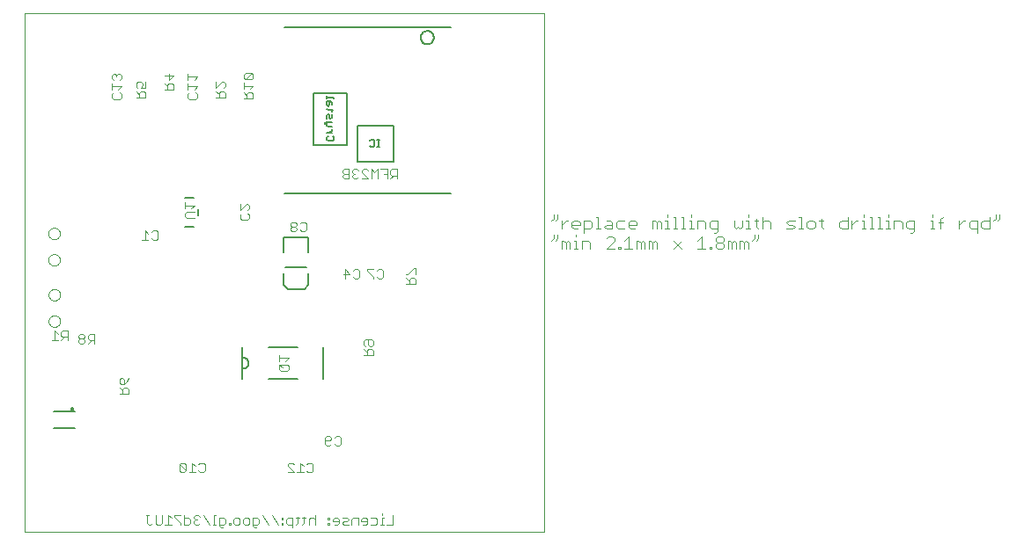
<source format=gbo>
G75*
%MOIN*%
%OFA0B0*%
%FSLAX24Y24*%
%IPPOS*%
%LPD*%
%AMOC8*
5,1,8,0,0,1.08239X$1,22.5*
%
%ADD10C,0.0000*%
%ADD11C,0.0040*%
%ADD12C,0.0080*%
%ADD13C,0.0050*%
%ADD14C,0.0030*%
D10*
X000350Y000350D02*
X000350Y020035D01*
X020035Y020035D01*
X020035Y000350D01*
X000350Y000350D01*
X001267Y008344D02*
X001269Y008373D01*
X001275Y008401D01*
X001284Y008429D01*
X001297Y008455D01*
X001314Y008478D01*
X001333Y008500D01*
X001355Y008519D01*
X001380Y008534D01*
X001406Y008547D01*
X001434Y008555D01*
X001462Y008560D01*
X001491Y008561D01*
X001520Y008558D01*
X001548Y008551D01*
X001575Y008541D01*
X001601Y008527D01*
X001624Y008510D01*
X001645Y008490D01*
X001663Y008467D01*
X001678Y008442D01*
X001689Y008415D01*
X001697Y008387D01*
X001701Y008358D01*
X001701Y008330D01*
X001697Y008301D01*
X001689Y008273D01*
X001678Y008246D01*
X001663Y008221D01*
X001645Y008198D01*
X001624Y008178D01*
X001601Y008161D01*
X001575Y008147D01*
X001548Y008137D01*
X001520Y008130D01*
X001491Y008127D01*
X001462Y008128D01*
X001434Y008133D01*
X001406Y008141D01*
X001380Y008154D01*
X001355Y008169D01*
X001333Y008188D01*
X001314Y008210D01*
X001297Y008233D01*
X001284Y008259D01*
X001275Y008287D01*
X001269Y008315D01*
X001267Y008344D01*
X001267Y009344D02*
X001269Y009373D01*
X001275Y009401D01*
X001284Y009429D01*
X001297Y009455D01*
X001314Y009478D01*
X001333Y009500D01*
X001355Y009519D01*
X001380Y009534D01*
X001406Y009547D01*
X001434Y009555D01*
X001462Y009560D01*
X001491Y009561D01*
X001520Y009558D01*
X001548Y009551D01*
X001575Y009541D01*
X001601Y009527D01*
X001624Y009510D01*
X001645Y009490D01*
X001663Y009467D01*
X001678Y009442D01*
X001689Y009415D01*
X001697Y009387D01*
X001701Y009358D01*
X001701Y009330D01*
X001697Y009301D01*
X001689Y009273D01*
X001678Y009246D01*
X001663Y009221D01*
X001645Y009198D01*
X001624Y009178D01*
X001601Y009161D01*
X001575Y009147D01*
X001548Y009137D01*
X001520Y009130D01*
X001491Y009127D01*
X001462Y009128D01*
X001434Y009133D01*
X001406Y009141D01*
X001380Y009154D01*
X001355Y009169D01*
X001333Y009188D01*
X001314Y009210D01*
X001297Y009233D01*
X001284Y009259D01*
X001275Y009287D01*
X001269Y009315D01*
X001267Y009344D01*
X001259Y010670D02*
X001261Y010699D01*
X001267Y010727D01*
X001276Y010755D01*
X001289Y010781D01*
X001306Y010804D01*
X001325Y010826D01*
X001347Y010845D01*
X001372Y010860D01*
X001398Y010873D01*
X001426Y010881D01*
X001454Y010886D01*
X001483Y010887D01*
X001512Y010884D01*
X001540Y010877D01*
X001567Y010867D01*
X001593Y010853D01*
X001616Y010836D01*
X001637Y010816D01*
X001655Y010793D01*
X001670Y010768D01*
X001681Y010741D01*
X001689Y010713D01*
X001693Y010684D01*
X001693Y010656D01*
X001689Y010627D01*
X001681Y010599D01*
X001670Y010572D01*
X001655Y010547D01*
X001637Y010524D01*
X001616Y010504D01*
X001593Y010487D01*
X001567Y010473D01*
X001540Y010463D01*
X001512Y010456D01*
X001483Y010453D01*
X001454Y010454D01*
X001426Y010459D01*
X001398Y010467D01*
X001372Y010480D01*
X001347Y010495D01*
X001325Y010514D01*
X001306Y010536D01*
X001289Y010559D01*
X001276Y010585D01*
X001267Y010613D01*
X001261Y010641D01*
X001259Y010670D01*
X001259Y011670D02*
X001261Y011699D01*
X001267Y011727D01*
X001276Y011755D01*
X001289Y011781D01*
X001306Y011804D01*
X001325Y011826D01*
X001347Y011845D01*
X001372Y011860D01*
X001398Y011873D01*
X001426Y011881D01*
X001454Y011886D01*
X001483Y011887D01*
X001512Y011884D01*
X001540Y011877D01*
X001567Y011867D01*
X001593Y011853D01*
X001616Y011836D01*
X001637Y011816D01*
X001655Y011793D01*
X001670Y011768D01*
X001681Y011741D01*
X001689Y011713D01*
X001693Y011684D01*
X001693Y011656D01*
X001689Y011627D01*
X001681Y011599D01*
X001670Y011572D01*
X001655Y011547D01*
X001637Y011524D01*
X001616Y011504D01*
X001593Y011487D01*
X001567Y011473D01*
X001540Y011463D01*
X001512Y011456D01*
X001483Y011453D01*
X001454Y011454D01*
X001426Y011459D01*
X001398Y011467D01*
X001372Y011480D01*
X001347Y011495D01*
X001325Y011514D01*
X001306Y011536D01*
X001289Y011559D01*
X001276Y011585D01*
X001267Y011613D01*
X001261Y011641D01*
X001259Y011670D01*
D11*
X004804Y011432D02*
X005040Y011432D01*
X004922Y011432D02*
X004922Y011786D01*
X005040Y011668D01*
X005167Y011727D02*
X005226Y011786D01*
X005344Y011786D01*
X005403Y011727D01*
X005403Y011491D01*
X005344Y011432D01*
X005226Y011432D01*
X005167Y011491D01*
X006434Y012312D02*
X006434Y012430D01*
X006493Y012489D01*
X006788Y012489D01*
X006670Y012616D02*
X006788Y012734D01*
X006434Y012734D01*
X006434Y012616D02*
X006434Y012852D01*
X006434Y012312D02*
X006493Y012253D01*
X006788Y012253D01*
X008512Y012257D02*
X008571Y012198D01*
X008807Y012198D01*
X008866Y012257D01*
X008866Y012375D01*
X008807Y012434D01*
X008807Y012561D02*
X008866Y012620D01*
X008866Y012738D01*
X008807Y012797D01*
X008748Y012797D01*
X008512Y012561D01*
X008512Y012797D01*
X008571Y012434D02*
X008512Y012375D01*
X008512Y012257D01*
X010417Y012045D02*
X010417Y011986D01*
X010476Y011927D01*
X010594Y011927D01*
X010653Y011986D01*
X010653Y012045D01*
X010594Y012104D01*
X010476Y012104D01*
X010417Y012045D01*
X010476Y011927D02*
X010417Y011868D01*
X010417Y011809D01*
X010476Y011750D01*
X010594Y011750D01*
X010653Y011809D01*
X010653Y011868D01*
X010594Y011927D01*
X010779Y012045D02*
X010838Y012104D01*
X010956Y012104D01*
X011015Y012045D01*
X011015Y011809D01*
X010956Y011750D01*
X010838Y011750D01*
X010779Y011809D01*
X012483Y010317D02*
X012660Y010140D01*
X012424Y010140D01*
X012483Y009963D02*
X012483Y010317D01*
X012787Y010258D02*
X012846Y010317D01*
X012964Y010317D01*
X013023Y010258D01*
X013023Y010022D01*
X012964Y009963D01*
X012846Y009963D01*
X012787Y010022D01*
X013329Y010266D02*
X013565Y010030D01*
X013565Y009971D01*
X013691Y010030D02*
X013750Y009971D01*
X013868Y009971D01*
X013927Y010030D01*
X013927Y010266D01*
X013868Y010325D01*
X013750Y010325D01*
X013691Y010266D01*
X013565Y010325D02*
X013329Y010325D01*
X013329Y010266D01*
X014804Y010118D02*
X014863Y010118D01*
X015099Y010354D01*
X015158Y010354D01*
X015158Y010118D01*
X015099Y009991D02*
X014981Y009991D01*
X014922Y009932D01*
X014922Y009755D01*
X014804Y009755D02*
X015158Y009755D01*
X015158Y009932D01*
X015099Y009991D01*
X014922Y009873D02*
X014804Y009991D01*
X013488Y007643D02*
X013547Y007584D01*
X013547Y007466D01*
X013488Y007407D01*
X013429Y007407D01*
X013370Y007466D01*
X013370Y007643D01*
X013252Y007643D02*
X013488Y007643D01*
X013252Y007643D02*
X013193Y007584D01*
X013193Y007466D01*
X013252Y007407D01*
X013193Y007281D02*
X013311Y007163D01*
X013311Y007222D02*
X013311Y007045D01*
X013193Y007045D02*
X013547Y007045D01*
X013547Y007222D01*
X013488Y007281D01*
X013370Y007281D01*
X013311Y007222D01*
X010351Y006951D02*
X010233Y006833D01*
X010292Y006706D02*
X010056Y006706D01*
X009997Y006647D01*
X009997Y006529D01*
X010056Y006470D01*
X010292Y006470D01*
X010351Y006529D01*
X010351Y006647D01*
X010292Y006706D01*
X010115Y006588D02*
X009997Y006706D01*
X009997Y006833D02*
X009997Y007069D01*
X009997Y006951D02*
X010351Y006951D01*
X011790Y003987D02*
X011908Y003987D01*
X011967Y003928D01*
X011967Y003869D01*
X011908Y003810D01*
X011731Y003810D01*
X011731Y003692D02*
X011731Y003928D01*
X011790Y003987D01*
X011731Y003692D02*
X011790Y003633D01*
X011908Y003633D01*
X011967Y003692D01*
X012094Y003692D02*
X012153Y003633D01*
X012271Y003633D01*
X012330Y003692D01*
X012330Y003928D01*
X012271Y003987D01*
X012153Y003987D01*
X012094Y003928D01*
X011213Y002968D02*
X011272Y002909D01*
X011272Y002673D01*
X011213Y002614D01*
X011095Y002614D01*
X011036Y002673D01*
X010910Y002614D02*
X010674Y002614D01*
X010792Y002614D02*
X010792Y002968D01*
X010910Y002850D01*
X011036Y002909D02*
X011095Y002968D01*
X011213Y002968D01*
X010547Y002909D02*
X010488Y002968D01*
X010370Y002968D01*
X010311Y002909D01*
X010311Y002850D01*
X010547Y002614D01*
X010311Y002614D01*
X010685Y000934D02*
X010685Y000698D01*
X010626Y000639D01*
X010502Y000639D02*
X010325Y000639D01*
X010266Y000698D01*
X010266Y000816D01*
X010325Y000875D01*
X010502Y000875D01*
X010502Y000521D01*
X010139Y000639D02*
X010139Y000698D01*
X010080Y000698D01*
X010080Y000639D01*
X010139Y000639D01*
X010139Y000816D02*
X010139Y000875D01*
X010080Y000875D01*
X010080Y000816D01*
X010139Y000816D01*
X009958Y000639D02*
X009722Y000993D01*
X009360Y000993D02*
X009596Y000639D01*
X009233Y000698D02*
X009233Y000816D01*
X009174Y000875D01*
X008997Y000875D01*
X008997Y000580D01*
X009056Y000521D01*
X009115Y000521D01*
X009174Y000639D02*
X008997Y000639D01*
X008871Y000698D02*
X008812Y000639D01*
X008694Y000639D01*
X008635Y000698D01*
X008635Y000816D01*
X008694Y000875D01*
X008812Y000875D01*
X008871Y000816D01*
X008871Y000698D01*
X009174Y000639D02*
X009233Y000698D01*
X008508Y000698D02*
X008449Y000639D01*
X008331Y000639D01*
X008272Y000698D01*
X008272Y000816D01*
X008331Y000875D01*
X008449Y000875D01*
X008508Y000816D01*
X008508Y000698D01*
X008146Y000698D02*
X008087Y000698D01*
X008087Y000639D01*
X008146Y000639D01*
X008146Y000698D01*
X007964Y000698D02*
X007905Y000639D01*
X007728Y000639D01*
X007728Y000580D02*
X007728Y000875D01*
X007905Y000875D01*
X007964Y000816D01*
X007964Y000698D01*
X007846Y000521D02*
X007787Y000521D01*
X007728Y000580D01*
X007602Y000639D02*
X007484Y000639D01*
X007543Y000639D02*
X007543Y000993D01*
X007602Y000993D01*
X007360Y000639D02*
X007124Y000993D01*
X006998Y000934D02*
X006939Y000993D01*
X006821Y000993D01*
X006762Y000934D01*
X006762Y000875D01*
X006821Y000816D01*
X006762Y000757D01*
X006762Y000698D01*
X006821Y000639D01*
X006939Y000639D01*
X006998Y000698D01*
X006880Y000816D02*
X006821Y000816D01*
X006635Y000816D02*
X006635Y000698D01*
X006576Y000639D01*
X006399Y000639D01*
X006399Y000993D01*
X006399Y000875D02*
X006576Y000875D01*
X006635Y000816D01*
X006273Y000698D02*
X006273Y000639D01*
X006273Y000698D02*
X006037Y000934D01*
X006037Y000993D01*
X006273Y000993D01*
X005910Y000875D02*
X005792Y000993D01*
X005792Y000639D01*
X005910Y000639D02*
X005674Y000639D01*
X005547Y000698D02*
X005547Y000993D01*
X005311Y000993D02*
X005311Y000698D01*
X005370Y000639D01*
X005488Y000639D01*
X005547Y000698D01*
X005185Y000698D02*
X005126Y000639D01*
X005067Y000639D01*
X005008Y000698D01*
X005008Y000993D01*
X005067Y000993D02*
X004949Y000993D01*
X006275Y002620D02*
X006393Y002620D01*
X006452Y002679D01*
X006216Y002915D01*
X006216Y002679D01*
X006275Y002620D01*
X006452Y002679D02*
X006452Y002915D01*
X006393Y002974D01*
X006275Y002974D01*
X006216Y002915D01*
X006697Y002974D02*
X006697Y002620D01*
X006815Y002620D02*
X006579Y002620D01*
X006941Y002679D02*
X007000Y002620D01*
X007118Y002620D01*
X007177Y002679D01*
X007177Y002915D01*
X007118Y002974D01*
X007000Y002974D01*
X006941Y002915D01*
X006815Y002856D02*
X006697Y002974D01*
X010626Y000875D02*
X010744Y000875D01*
X010867Y000875D02*
X010985Y000875D01*
X010926Y000934D02*
X010926Y000698D01*
X010867Y000639D01*
X011112Y000639D02*
X011112Y000816D01*
X011171Y000875D01*
X011289Y000875D01*
X011348Y000816D01*
X011348Y000993D02*
X011348Y000639D01*
X011832Y000639D02*
X011891Y000639D01*
X011891Y000698D01*
X011832Y000698D01*
X011832Y000639D01*
X011832Y000816D02*
X011891Y000816D01*
X011891Y000875D01*
X011832Y000875D01*
X011832Y000816D01*
X012018Y000816D02*
X012018Y000757D01*
X012254Y000757D01*
X012254Y000698D02*
X012254Y000816D01*
X012195Y000875D01*
X012077Y000875D01*
X012018Y000816D01*
X012077Y000639D02*
X012195Y000639D01*
X012254Y000698D01*
X012381Y000698D02*
X012440Y000757D01*
X012558Y000757D01*
X012617Y000816D01*
X012558Y000875D01*
X012381Y000875D01*
X012381Y000698D02*
X012440Y000639D01*
X012617Y000639D01*
X012743Y000639D02*
X012743Y000816D01*
X012802Y000875D01*
X012979Y000875D01*
X012979Y000639D01*
X013106Y000757D02*
X013342Y000757D01*
X013342Y000698D02*
X013342Y000816D01*
X013283Y000875D01*
X013165Y000875D01*
X013106Y000816D01*
X013106Y000757D01*
X013165Y000639D02*
X013283Y000639D01*
X013342Y000698D01*
X013468Y000639D02*
X013645Y000639D01*
X013704Y000698D01*
X013704Y000816D01*
X013645Y000875D01*
X013468Y000875D01*
X013887Y000875D02*
X013887Y000639D01*
X013946Y000639D02*
X013828Y000639D01*
X013887Y000875D02*
X013946Y000875D01*
X013887Y000993D02*
X013887Y001052D01*
X014308Y000993D02*
X014308Y000639D01*
X014072Y000639D01*
X004300Y005593D02*
X004300Y005770D01*
X004241Y005829D01*
X004123Y005829D01*
X004064Y005770D01*
X004064Y005593D01*
X003946Y005593D02*
X004300Y005593D01*
X004064Y005711D02*
X003946Y005829D01*
X004005Y005956D02*
X003946Y006015D01*
X003946Y006133D01*
X004005Y006192D01*
X004064Y006192D01*
X004123Y006133D01*
X004123Y005956D01*
X004005Y005956D01*
X004123Y005956D02*
X004241Y006074D01*
X004300Y006192D01*
X002998Y007504D02*
X002998Y007858D01*
X002821Y007858D01*
X002762Y007799D01*
X002762Y007681D01*
X002821Y007622D01*
X002998Y007622D01*
X002880Y007622D02*
X002762Y007504D01*
X002635Y007563D02*
X002635Y007622D01*
X002576Y007681D01*
X002458Y007681D01*
X002399Y007622D01*
X002399Y007563D01*
X002458Y007504D01*
X002576Y007504D01*
X002635Y007563D01*
X002576Y007681D02*
X002635Y007740D01*
X002635Y007799D01*
X002576Y007858D01*
X002458Y007858D01*
X002399Y007799D01*
X002399Y007740D01*
X002458Y007681D01*
X001978Y007629D02*
X001978Y007983D01*
X001801Y007983D01*
X001742Y007924D01*
X001742Y007806D01*
X001801Y007747D01*
X001978Y007747D01*
X001860Y007747D02*
X001742Y007629D01*
X001615Y007629D02*
X001379Y007629D01*
X001497Y007629D02*
X001497Y007983D01*
X001615Y007865D01*
X003720Y016772D02*
X003661Y016831D01*
X003661Y016949D01*
X003720Y017008D01*
X003661Y017135D02*
X003661Y017371D01*
X003661Y017253D02*
X004015Y017253D01*
X003897Y017135D01*
X003956Y017008D02*
X004015Y016949D01*
X004015Y016831D01*
X003956Y016772D01*
X003720Y016772D01*
X003720Y017497D02*
X003661Y017556D01*
X003661Y017674D01*
X003720Y017733D01*
X003779Y017733D01*
X003838Y017674D01*
X003838Y017615D01*
X003838Y017674D02*
X003897Y017733D01*
X003956Y017733D01*
X004015Y017674D01*
X004015Y017556D01*
X003956Y017497D01*
X004582Y017358D02*
X004582Y017240D01*
X004641Y017181D01*
X004759Y017181D02*
X004818Y017299D01*
X004818Y017358D01*
X004759Y017417D01*
X004641Y017417D01*
X004582Y017358D01*
X004759Y017181D02*
X004936Y017181D01*
X004936Y017417D01*
X005647Y017369D02*
X005765Y017251D01*
X005765Y017310D02*
X005765Y017133D01*
X005647Y017133D02*
X006001Y017133D01*
X006001Y017310D01*
X005942Y017369D01*
X005824Y017369D01*
X005765Y017310D01*
X005824Y017495D02*
X005824Y017731D01*
X006001Y017672D02*
X005824Y017495D01*
X005647Y017672D02*
X006001Y017672D01*
X006541Y017615D02*
X006895Y017615D01*
X006777Y017497D01*
X006541Y017497D02*
X006541Y017733D01*
X006541Y017370D02*
X006541Y017134D01*
X006541Y017252D02*
X006895Y017252D01*
X006777Y017134D01*
X006836Y017008D02*
X006895Y016949D01*
X006895Y016831D01*
X006836Y016772D01*
X006600Y016772D01*
X006541Y016831D01*
X006541Y016949D01*
X006600Y017008D01*
X007597Y017060D02*
X007715Y016942D01*
X007715Y017001D02*
X007715Y016824D01*
X007597Y016824D02*
X007951Y016824D01*
X007951Y017001D01*
X007892Y017060D01*
X007774Y017060D01*
X007715Y017001D01*
X007597Y017187D02*
X007833Y017423D01*
X007892Y017423D01*
X007951Y017364D01*
X007951Y017246D01*
X007892Y017187D01*
X007597Y017187D02*
X007597Y017423D01*
X008652Y017383D02*
X008652Y017147D01*
X008652Y017265D02*
X009006Y017265D01*
X008888Y017147D01*
X008947Y017020D02*
X008829Y017020D01*
X008770Y016961D01*
X008770Y016784D01*
X008770Y016902D02*
X008652Y017020D01*
X008652Y016784D02*
X009006Y016784D01*
X009006Y016961D01*
X008947Y017020D01*
X008947Y017509D02*
X009006Y017568D01*
X009006Y017686D01*
X008947Y017745D01*
X008711Y017509D01*
X008652Y017568D01*
X008652Y017686D01*
X008711Y017745D01*
X008947Y017745D01*
X008947Y017509D02*
X008711Y017509D01*
X004936Y016995D02*
X004936Y016818D01*
X004582Y016818D01*
X004700Y016818D02*
X004700Y016995D01*
X004759Y017054D01*
X004877Y017054D01*
X004936Y016995D01*
X004700Y016936D02*
X004582Y017054D01*
X020307Y012152D02*
X020383Y012228D01*
X020383Y012382D01*
X020537Y012382D02*
X020537Y012228D01*
X020460Y012152D01*
X020690Y012152D02*
X020690Y011845D01*
X020690Y011998D02*
X020844Y012152D01*
X020921Y012152D01*
X021074Y012075D02*
X021151Y012152D01*
X021304Y012152D01*
X021381Y012075D01*
X021381Y011998D01*
X021074Y011998D01*
X021074Y011921D02*
X021074Y012075D01*
X021074Y011921D02*
X021151Y011845D01*
X021304Y011845D01*
X021227Y011632D02*
X021227Y011555D01*
X021227Y011402D02*
X021227Y011095D01*
X021151Y011095D02*
X021304Y011095D01*
X021458Y011095D02*
X021458Y011402D01*
X021688Y011402D01*
X021765Y011325D01*
X021765Y011095D01*
X021227Y011402D02*
X021151Y011402D01*
X020997Y011325D02*
X020997Y011095D01*
X020844Y011095D02*
X020844Y011325D01*
X020921Y011402D01*
X020997Y011325D01*
X020844Y011325D02*
X020767Y011402D01*
X020690Y011402D01*
X020690Y011095D01*
X020460Y011402D02*
X020537Y011478D01*
X020537Y011632D01*
X020383Y011632D02*
X020383Y011478D01*
X020307Y011402D01*
X021534Y011691D02*
X021534Y012152D01*
X021765Y012152D01*
X021841Y012075D01*
X021841Y011921D01*
X021765Y011845D01*
X021534Y011845D01*
X021995Y011845D02*
X022148Y011845D01*
X022071Y011845D02*
X022071Y012305D01*
X021995Y012305D01*
X022378Y012152D02*
X022532Y012152D01*
X022609Y012075D01*
X022609Y011845D01*
X022378Y011845D01*
X022302Y011921D01*
X022378Y011998D01*
X022609Y011998D01*
X022762Y011921D02*
X022839Y011845D01*
X023069Y011845D01*
X023222Y011921D02*
X023222Y012075D01*
X023299Y012152D01*
X023453Y012152D01*
X023529Y012075D01*
X023529Y011998D01*
X023222Y011998D01*
X023222Y011921D02*
X023299Y011845D01*
X023453Y011845D01*
X023069Y012152D02*
X022839Y012152D01*
X022762Y012075D01*
X022762Y011921D01*
X022609Y011555D02*
X022455Y011555D01*
X022378Y011478D01*
X022609Y011555D02*
X022685Y011478D01*
X022685Y011402D01*
X022378Y011095D01*
X022685Y011095D01*
X022839Y011095D02*
X022916Y011095D01*
X022916Y011171D01*
X022839Y011171D01*
X022839Y011095D01*
X023069Y011095D02*
X023376Y011095D01*
X023529Y011095D02*
X023529Y011402D01*
X023606Y011402D01*
X023683Y011325D01*
X023760Y011402D01*
X023836Y011325D01*
X023836Y011095D01*
X023683Y011095D02*
X023683Y011325D01*
X023990Y011402D02*
X023990Y011095D01*
X024143Y011095D02*
X024143Y011325D01*
X024220Y011402D01*
X024297Y011325D01*
X024297Y011095D01*
X024143Y011325D02*
X024067Y011402D01*
X023990Y011402D01*
X023222Y011555D02*
X023222Y011095D01*
X023069Y011402D02*
X023222Y011555D01*
X024143Y011845D02*
X024143Y012152D01*
X024220Y012152D01*
X024297Y012075D01*
X024373Y012152D01*
X024450Y012075D01*
X024450Y011845D01*
X024297Y011845D02*
X024297Y012075D01*
X024604Y012152D02*
X024680Y012152D01*
X024680Y011845D01*
X024604Y011845D02*
X024757Y011845D01*
X024911Y011845D02*
X025064Y011845D01*
X024987Y011845D02*
X024987Y012305D01*
X024911Y012305D01*
X024680Y012305D02*
X024680Y012382D01*
X025217Y012305D02*
X025294Y012305D01*
X025294Y011845D01*
X025217Y011845D02*
X025371Y011845D01*
X025524Y011845D02*
X025678Y011845D01*
X025601Y011845D02*
X025601Y012152D01*
X025524Y012152D01*
X025601Y012305D02*
X025601Y012382D01*
X025831Y012152D02*
X026062Y012152D01*
X026138Y012075D01*
X026138Y011845D01*
X026292Y011921D02*
X026368Y011845D01*
X026599Y011845D01*
X026599Y011768D02*
X026599Y012152D01*
X026368Y012152D01*
X026292Y012075D01*
X026292Y011921D01*
X026445Y011691D02*
X026522Y011691D01*
X026599Y011768D01*
X026599Y011555D02*
X026752Y011555D01*
X026829Y011478D01*
X026829Y011402D01*
X026752Y011325D01*
X026599Y011325D01*
X026522Y011402D01*
X026522Y011478D01*
X026599Y011555D01*
X026599Y011325D02*
X026522Y011248D01*
X026522Y011171D01*
X026599Y011095D01*
X026752Y011095D01*
X026829Y011171D01*
X026829Y011248D01*
X026752Y011325D01*
X026982Y011402D02*
X027059Y011402D01*
X027136Y011325D01*
X027213Y011402D01*
X027289Y011325D01*
X027289Y011095D01*
X027136Y011095D02*
X027136Y011325D01*
X026982Y011402D02*
X026982Y011095D01*
X027443Y011095D02*
X027443Y011402D01*
X027519Y011402D01*
X027596Y011325D01*
X027673Y011402D01*
X027750Y011325D01*
X027750Y011095D01*
X027596Y011095D02*
X027596Y011325D01*
X027903Y011402D02*
X027980Y011478D01*
X027980Y011632D01*
X028133Y011632D02*
X028133Y011478D01*
X028057Y011402D01*
X028133Y011845D02*
X028057Y011921D01*
X028057Y012228D01*
X028133Y012152D02*
X027980Y012152D01*
X027750Y012152D02*
X027750Y011845D01*
X027826Y011845D02*
X027673Y011845D01*
X027519Y011921D02*
X027519Y012152D01*
X027673Y012152D02*
X027750Y012152D01*
X027750Y012305D02*
X027750Y012382D01*
X027213Y012152D02*
X027213Y011921D01*
X027289Y011845D01*
X027366Y011921D01*
X027443Y011845D01*
X027519Y011921D01*
X028287Y011845D02*
X028287Y012305D01*
X028364Y012152D02*
X028517Y012152D01*
X028594Y012075D01*
X028594Y011845D01*
X028287Y012075D02*
X028364Y012152D01*
X029208Y012075D02*
X029284Y011998D01*
X029438Y011998D01*
X029514Y011921D01*
X029438Y011845D01*
X029208Y011845D01*
X029208Y012075D02*
X029284Y012152D01*
X029514Y012152D01*
X029668Y012305D02*
X029745Y012305D01*
X029745Y011845D01*
X029821Y011845D02*
X029668Y011845D01*
X029975Y011921D02*
X029975Y012075D01*
X030052Y012152D01*
X030205Y012152D01*
X030282Y012075D01*
X030282Y011921D01*
X030205Y011845D01*
X030052Y011845D01*
X029975Y011921D01*
X030435Y012152D02*
X030589Y012152D01*
X030512Y012228D02*
X030512Y011921D01*
X030589Y011845D01*
X031203Y011921D02*
X031203Y012075D01*
X031279Y012152D01*
X031510Y012152D01*
X031663Y012152D02*
X031663Y011845D01*
X031663Y011998D02*
X031816Y012152D01*
X031893Y012152D01*
X032047Y012152D02*
X032123Y012152D01*
X032123Y011845D01*
X032047Y011845D02*
X032200Y011845D01*
X032354Y011845D02*
X032507Y011845D01*
X032430Y011845D02*
X032430Y012305D01*
X032354Y012305D01*
X032123Y012305D02*
X032123Y012382D01*
X032661Y012305D02*
X032737Y012305D01*
X032737Y011845D01*
X032661Y011845D02*
X032814Y011845D01*
X032967Y011845D02*
X033121Y011845D01*
X033044Y011845D02*
X033044Y012152D01*
X032967Y012152D01*
X033044Y012305D02*
X033044Y012382D01*
X033274Y012152D02*
X033505Y012152D01*
X033581Y012075D01*
X033581Y011845D01*
X033735Y011921D02*
X033811Y011845D01*
X034042Y011845D01*
X034042Y011768D02*
X034042Y012152D01*
X033811Y012152D01*
X033735Y012075D01*
X033735Y011921D01*
X033888Y011691D02*
X033965Y011691D01*
X034042Y011768D01*
X034656Y011845D02*
X034809Y011845D01*
X034732Y011845D02*
X034732Y012152D01*
X034656Y012152D01*
X034732Y012305D02*
X034732Y012382D01*
X035039Y012228D02*
X035116Y012305D01*
X035039Y012228D02*
X035039Y011845D01*
X034962Y012075D02*
X035116Y012075D01*
X035730Y012152D02*
X035730Y011845D01*
X035730Y011998D02*
X035883Y012152D01*
X035960Y012152D01*
X036113Y012075D02*
X036113Y011921D01*
X036190Y011845D01*
X036420Y011845D01*
X036420Y011691D02*
X036420Y012152D01*
X036190Y012152D01*
X036113Y012075D01*
X036574Y012075D02*
X036574Y011921D01*
X036651Y011845D01*
X036881Y011845D01*
X036881Y012305D01*
X036881Y012152D02*
X036651Y012152D01*
X036574Y012075D01*
X037034Y012152D02*
X037111Y012228D01*
X037111Y012382D01*
X037264Y012382D02*
X037264Y012228D01*
X037188Y012152D01*
X033274Y012152D02*
X033274Y011845D01*
X031510Y011845D02*
X031279Y011845D01*
X031203Y011921D01*
X031510Y011845D02*
X031510Y012305D01*
X026368Y011171D02*
X026368Y011095D01*
X026292Y011095D01*
X026292Y011171D01*
X026368Y011171D01*
X026138Y011095D02*
X025831Y011095D01*
X025985Y011095D02*
X025985Y011555D01*
X025831Y011402D01*
X025217Y011402D02*
X024911Y011095D01*
X025217Y011095D02*
X024911Y011402D01*
X025831Y011845D02*
X025831Y012152D01*
D12*
X016500Y013200D02*
X010200Y013200D01*
X012956Y014381D02*
X014334Y014381D01*
X014334Y015759D01*
X012956Y015759D01*
X012956Y014381D01*
X012563Y015031D02*
X011303Y015031D01*
X011303Y017000D01*
X012563Y017000D01*
X012563Y015031D01*
X006926Y012576D02*
X006926Y012365D01*
X006776Y011910D02*
X006438Y011910D01*
X006438Y013030D02*
X006776Y013030D01*
X010162Y011539D02*
X010162Y010948D01*
X010162Y011539D02*
X011107Y011539D01*
X011107Y010948D01*
X011107Y010161D02*
X011107Y009728D01*
X010950Y009570D01*
X010320Y009570D01*
X010162Y009728D01*
X010162Y010161D01*
X010683Y007345D02*
X009580Y007345D01*
X008596Y007345D02*
X008596Y006164D01*
X008635Y006558D02*
X008662Y006560D01*
X008688Y006565D01*
X008713Y006574D01*
X008737Y006587D01*
X008759Y006602D01*
X008779Y006621D01*
X008796Y006641D01*
X008810Y006664D01*
X008821Y006689D01*
X008828Y006715D01*
X008832Y006742D01*
X008832Y006768D01*
X008828Y006795D01*
X008821Y006821D01*
X008810Y006846D01*
X008796Y006869D01*
X008779Y006889D01*
X008759Y006908D01*
X008737Y006923D01*
X008713Y006936D01*
X008688Y006945D01*
X008662Y006950D01*
X008635Y006952D01*
X009580Y006164D02*
X010683Y006164D01*
X011667Y006164D02*
X011667Y007345D01*
X010200Y019500D02*
X016500Y019500D01*
D13*
X015350Y019100D02*
X015352Y019131D01*
X015358Y019162D01*
X015368Y019192D01*
X015381Y019220D01*
X015398Y019247D01*
X015418Y019271D01*
X015441Y019293D01*
X015466Y019311D01*
X015494Y019326D01*
X015523Y019338D01*
X015553Y019346D01*
X015584Y019350D01*
X015616Y019350D01*
X015647Y019346D01*
X015677Y019338D01*
X015706Y019326D01*
X015734Y019311D01*
X015759Y019293D01*
X015782Y019271D01*
X015802Y019247D01*
X015819Y019220D01*
X015832Y019192D01*
X015842Y019162D01*
X015848Y019131D01*
X015850Y019100D01*
X015848Y019069D01*
X015842Y019038D01*
X015832Y019008D01*
X015819Y018980D01*
X015802Y018953D01*
X015782Y018929D01*
X015759Y018907D01*
X015734Y018889D01*
X015706Y018874D01*
X015677Y018862D01*
X015647Y018854D01*
X015616Y018850D01*
X015584Y018850D01*
X015553Y018854D01*
X015523Y018862D01*
X015494Y018874D01*
X015466Y018889D01*
X015441Y018907D01*
X015418Y018929D01*
X015398Y018953D01*
X015381Y018980D01*
X015368Y019008D01*
X015358Y019038D01*
X015352Y019069D01*
X015350Y019100D01*
X012065Y016833D02*
X011800Y016833D01*
X011800Y016789D02*
X011800Y016877D01*
X011800Y016676D02*
X011800Y016543D01*
X011844Y016499D01*
X011889Y016543D01*
X011889Y016676D01*
X011933Y016676D02*
X011800Y016676D01*
X011933Y016676D02*
X011977Y016632D01*
X011977Y016543D01*
X011977Y016394D02*
X011977Y016306D01*
X012021Y016350D02*
X011844Y016350D01*
X011800Y016394D01*
X011844Y016192D02*
X011889Y016148D01*
X011889Y016060D01*
X011933Y016016D01*
X011977Y016060D01*
X011977Y016192D01*
X011844Y016192D02*
X011800Y016148D01*
X011800Y016016D01*
X011800Y015902D02*
X011800Y015770D01*
X011844Y015726D01*
X011977Y015726D01*
X011977Y015617D02*
X011977Y015572D01*
X011889Y015484D01*
X011977Y015484D02*
X011800Y015484D01*
X011844Y015371D02*
X011800Y015326D01*
X011800Y015238D01*
X011844Y015194D01*
X012021Y015194D01*
X012065Y015238D01*
X012065Y015326D01*
X012021Y015371D01*
X011712Y015814D02*
X011712Y015858D01*
X011756Y015902D01*
X011977Y015902D01*
X012065Y016789D02*
X012065Y016833D01*
X013472Y015223D02*
X013560Y015223D01*
X013604Y015179D01*
X013604Y015002D01*
X013560Y014958D01*
X013472Y014958D01*
X013427Y015002D01*
X013427Y015179D02*
X013472Y015223D01*
X013709Y015223D02*
X013797Y015223D01*
X013753Y015223D02*
X013753Y014958D01*
X013797Y014958D02*
X013709Y014958D01*
X011035Y010404D02*
X010235Y010404D01*
X002126Y005033D02*
X002128Y005045D01*
X002133Y005056D01*
X002142Y005065D01*
X002153Y005070D01*
X002165Y005072D01*
X002177Y005070D01*
X002188Y005065D01*
X002197Y005056D01*
X002202Y005045D01*
X002204Y005033D01*
X002202Y005021D01*
X002197Y005010D01*
X002188Y005001D01*
X002177Y004996D01*
X002165Y004994D01*
X002153Y004996D01*
X002142Y005001D01*
X002133Y005010D01*
X002128Y005021D01*
X002126Y005033D01*
X002244Y004915D02*
X001456Y004915D01*
X001456Y004285D02*
X002244Y004285D01*
D14*
X012392Y013813D02*
X012453Y013753D01*
X012635Y013753D01*
X012635Y014117D01*
X012453Y014117D01*
X012392Y014056D01*
X012392Y013995D01*
X012453Y013935D01*
X012635Y013935D01*
X012754Y013995D02*
X012815Y013935D01*
X012754Y013874D01*
X012754Y013813D01*
X012815Y013753D01*
X012936Y013753D01*
X012997Y013813D01*
X013117Y013753D02*
X013360Y013753D01*
X013117Y013995D01*
X013117Y014056D01*
X013178Y014117D01*
X013299Y014117D01*
X013360Y014056D01*
X013480Y014117D02*
X013480Y013753D01*
X013722Y013753D02*
X013722Y014117D01*
X013601Y013995D01*
X013480Y014117D01*
X013842Y014117D02*
X014085Y014117D01*
X014085Y013753D01*
X014205Y013753D02*
X014326Y013874D01*
X014265Y013874D02*
X014447Y013874D01*
X014447Y013753D02*
X014447Y014117D01*
X014265Y014117D01*
X014205Y014056D01*
X014205Y013935D01*
X014265Y013874D01*
X014085Y013935D02*
X013963Y013935D01*
X012997Y014056D02*
X012936Y014117D01*
X012815Y014117D01*
X012754Y014056D01*
X012754Y013995D01*
X012815Y013935D02*
X012876Y013935D01*
X012453Y013935D02*
X012392Y013874D01*
X012392Y013813D01*
M02*

</source>
